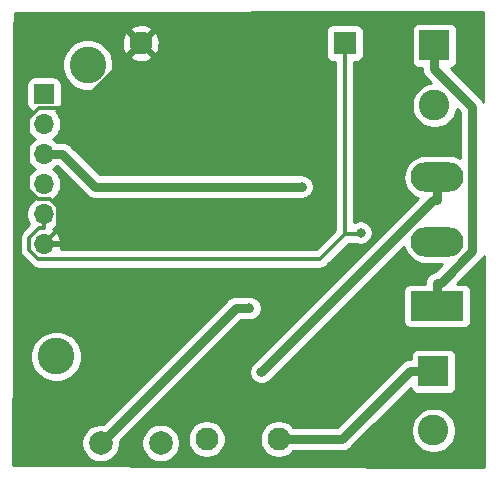
<source format=gtl>
G04 #@! TF.GenerationSoftware,KiCad,Pcbnew,5.1.7-a382d34a8~88~ubuntu18.04.1*
G04 #@! TF.CreationDate,2021-11-19T22:51:01+05:30*
G04 #@! TF.ProjectId,BackEnd_HeavyDevice_v5,4261636b-456e-4645-9f48-656176794465,rev?*
G04 #@! TF.SameCoordinates,Original*
G04 #@! TF.FileFunction,Copper,L1,Top*
G04 #@! TF.FilePolarity,Positive*
%FSLAX46Y46*%
G04 Gerber Fmt 4.6, Leading zero omitted, Abs format (unit mm)*
G04 Created by KiCad (PCBNEW 5.1.7-a382d34a8~88~ubuntu18.04.1) date 2021-11-19 22:51:01*
%MOMM*%
%LPD*%
G01*
G04 APERTURE LIST*
G04 #@! TA.AperFunction,ComponentPad*
%ADD10C,3.100000*%
G04 #@! TD*
G04 #@! TA.AperFunction,ComponentPad*
%ADD11R,1.950000X1.950000*%
G04 #@! TD*
G04 #@! TA.AperFunction,ComponentPad*
%ADD12C,1.950000*%
G04 #@! TD*
G04 #@! TA.AperFunction,ComponentPad*
%ADD13R,2.600000X2.600000*%
G04 #@! TD*
G04 #@! TA.AperFunction,ComponentPad*
%ADD14C,2.600000*%
G04 #@! TD*
G04 #@! TA.AperFunction,ComponentPad*
%ADD15R,4.500000X2.500000*%
G04 #@! TD*
G04 #@! TA.AperFunction,ComponentPad*
%ADD16O,4.500000X2.500000*%
G04 #@! TD*
G04 #@! TA.AperFunction,ComponentPad*
%ADD17C,2.000000*%
G04 #@! TD*
G04 #@! TA.AperFunction,ComponentPad*
%ADD18R,1.700000X1.700000*%
G04 #@! TD*
G04 #@! TA.AperFunction,ComponentPad*
%ADD19O,1.700000X1.700000*%
G04 #@! TD*
G04 #@! TA.AperFunction,ViaPad*
%ADD20C,0.800000*%
G04 #@! TD*
G04 #@! TA.AperFunction,Conductor*
%ADD21C,0.350000*%
G04 #@! TD*
G04 #@! TA.AperFunction,Conductor*
%ADD22C,0.800000*%
G04 #@! TD*
G04 #@! TA.AperFunction,Conductor*
%ADD23C,0.254000*%
G04 #@! TD*
G04 #@! TA.AperFunction,Conductor*
%ADD24C,0.100000*%
G04 #@! TD*
G04 APERTURE END LIST*
D10*
X114554000Y-126187000D03*
X117216000Y-101514000D03*
D11*
X138971000Y-99667000D03*
D12*
X127287000Y-133195000D03*
X121699000Y-99667000D03*
X133383000Y-133195000D03*
D13*
X146576000Y-99860100D03*
D14*
X146576000Y-104940100D03*
D13*
X146497000Y-127460000D03*
D14*
X146497000Y-132460000D03*
D15*
X146827000Y-121917000D03*
D16*
X146827000Y-116467000D03*
X146827000Y-111017000D03*
D17*
X118316000Y-133530000D03*
X123396000Y-133520000D03*
D18*
X113515000Y-103967000D03*
D19*
X113515000Y-106507000D03*
X113515000Y-109047000D03*
X113515000Y-111587000D03*
X113515000Y-114127000D03*
X113515000Y-116667000D03*
D20*
X140335000Y-115712240D03*
X132503700Y-108913800D03*
X130916300Y-122105000D03*
X135323400Y-111810600D03*
X131931500Y-127505000D03*
D21*
X138971000Y-115831600D02*
X138971000Y-101017300D01*
X113515000Y-115352300D02*
X113055500Y-115352300D01*
X113055500Y-115352300D02*
X112284300Y-116123500D01*
X112284300Y-116123500D02*
X112284300Y-117178200D01*
X112284300Y-117178200D02*
X113042900Y-117936800D01*
X113042900Y-117936800D02*
X136865800Y-117936800D01*
X136865800Y-117936800D02*
X138971000Y-115831600D01*
X113515000Y-114127000D02*
X113515000Y-115352300D01*
X138971000Y-99667000D02*
X138971000Y-101017300D01*
X138971000Y-115831600D02*
X140215640Y-115831600D01*
X140215640Y-115831600D02*
X140335000Y-115712240D01*
X113515000Y-116667000D02*
X114740400Y-115441600D01*
X114740400Y-115441600D02*
X114740400Y-113570200D01*
X114740400Y-113570200D02*
X114027200Y-112857000D01*
X114027200Y-112857000D02*
X112992500Y-112857000D01*
X112992500Y-112857000D02*
X112169300Y-112033800D01*
X112169300Y-112033800D02*
X112169300Y-106097400D01*
X112169300Y-106097400D02*
X113074300Y-105192400D01*
X113074300Y-105192400D02*
X116268700Y-105192400D01*
X116268700Y-105192400D02*
X121699000Y-99762100D01*
X121699000Y-99762100D02*
X121699000Y-99667000D01*
X132503700Y-108913800D02*
X130945800Y-108913800D01*
X130945800Y-108913800D02*
X121699000Y-99667000D01*
D22*
X146497000Y-127460000D02*
X144496700Y-127460000D01*
X144496700Y-127460000D02*
X138761700Y-133195000D01*
X138761700Y-133195000D02*
X133383000Y-133195000D01*
X118316000Y-133530000D02*
X129741000Y-122105000D01*
X129741000Y-122105000D02*
X130916300Y-122105000D01*
X115065300Y-109047000D02*
X117828900Y-111810600D01*
X117828900Y-111810600D02*
X135323400Y-111810600D01*
X113515000Y-109047000D02*
X115065300Y-109047000D01*
X146576000Y-99860100D02*
X146576000Y-101860400D01*
X146827000Y-121917000D02*
X146827000Y-119966700D01*
X146827000Y-119966700D02*
X147101300Y-119966700D01*
X147101300Y-119966700D02*
X149797500Y-117270500D01*
X149797500Y-117270500D02*
X149797500Y-105081900D01*
X149797500Y-105081900D02*
X146576000Y-101860400D01*
X146827000Y-111017000D02*
X146827000Y-112967300D01*
X131931500Y-127505000D02*
X146469200Y-112967300D01*
X146469200Y-112967300D02*
X146827000Y-112967300D01*
D23*
X150722024Y-104615962D02*
X150713604Y-104600209D01*
X150662234Y-104504102D01*
X150565303Y-104385992D01*
X150532896Y-104346504D01*
X150493408Y-104314097D01*
X147968384Y-101789073D01*
X148000482Y-101785912D01*
X148120180Y-101749602D01*
X148230494Y-101690637D01*
X148327185Y-101611285D01*
X148406537Y-101514594D01*
X148465502Y-101404280D01*
X148501812Y-101284582D01*
X148514072Y-101160100D01*
X148514072Y-98560100D01*
X148501812Y-98435618D01*
X148465502Y-98315920D01*
X148406537Y-98205606D01*
X148327185Y-98108915D01*
X148230494Y-98029563D01*
X148120180Y-97970598D01*
X148000482Y-97934288D01*
X147876000Y-97922028D01*
X145276000Y-97922028D01*
X145151518Y-97934288D01*
X145031820Y-97970598D01*
X144921506Y-98029563D01*
X144824815Y-98108915D01*
X144745463Y-98205606D01*
X144686498Y-98315920D01*
X144650188Y-98435618D01*
X144637928Y-98560100D01*
X144637928Y-101160100D01*
X144650188Y-101284582D01*
X144686498Y-101404280D01*
X144745463Y-101514594D01*
X144824815Y-101611285D01*
X144921506Y-101690637D01*
X145031820Y-101749602D01*
X145151518Y-101785912D01*
X145276000Y-101798172D01*
X145541001Y-101798172D01*
X145541001Y-101809563D01*
X145535994Y-101860400D01*
X145555977Y-102063295D01*
X145615160Y-102258393D01*
X145711266Y-102438197D01*
X145784554Y-102527498D01*
X145840605Y-102595796D01*
X145880092Y-102628202D01*
X146278298Y-103026408D01*
X146011581Y-103079461D01*
X145659434Y-103225325D01*
X145342509Y-103437087D01*
X145072987Y-103706609D01*
X144861225Y-104023534D01*
X144715361Y-104375681D01*
X144641000Y-104749519D01*
X144641000Y-105130681D01*
X144715361Y-105504519D01*
X144861225Y-105856666D01*
X145072987Y-106173591D01*
X145342509Y-106443113D01*
X145659434Y-106654875D01*
X146011581Y-106800739D01*
X146385419Y-106875100D01*
X146766581Y-106875100D01*
X147140419Y-106800739D01*
X147492566Y-106654875D01*
X147809491Y-106443113D01*
X148079013Y-106173591D01*
X148290775Y-105856666D01*
X148436639Y-105504519D01*
X148489692Y-105237803D01*
X148762501Y-105510612D01*
X148762501Y-109379657D01*
X148551848Y-109267061D01*
X148196524Y-109159275D01*
X147919597Y-109132000D01*
X145734403Y-109132000D01*
X145457476Y-109159275D01*
X145102152Y-109267061D01*
X144774683Y-109442097D01*
X144487655Y-109677655D01*
X144252097Y-109964683D01*
X144077061Y-110292152D01*
X143969275Y-110647476D01*
X143932880Y-111017000D01*
X143969275Y-111386524D01*
X144077061Y-111741848D01*
X144252097Y-112069317D01*
X144487655Y-112356345D01*
X144774683Y-112591903D01*
X145102152Y-112766939D01*
X145181715Y-112791074D01*
X131271729Y-126701061D01*
X131271726Y-126701063D01*
X131127563Y-126845226D01*
X131099171Y-126887717D01*
X131066766Y-126927203D01*
X131042687Y-126972252D01*
X131014295Y-127014744D01*
X130994736Y-127061964D01*
X130970660Y-127107007D01*
X130955835Y-127155878D01*
X130936274Y-127203102D01*
X130926303Y-127253232D01*
X130911477Y-127302105D01*
X130906471Y-127352933D01*
X130896500Y-127403061D01*
X130896500Y-127454172D01*
X130891494Y-127505000D01*
X130896500Y-127555828D01*
X130896500Y-127606939D01*
X130906471Y-127657067D01*
X130911477Y-127707895D01*
X130926303Y-127756768D01*
X130936274Y-127806898D01*
X130955835Y-127854122D01*
X130970660Y-127902993D01*
X130994736Y-127948036D01*
X131014295Y-127995256D01*
X131042687Y-128037748D01*
X131066766Y-128082797D01*
X131099172Y-128122284D01*
X131127563Y-128164774D01*
X131163697Y-128200908D01*
X131196104Y-128240396D01*
X131235592Y-128272803D01*
X131271726Y-128308937D01*
X131314216Y-128337328D01*
X131353703Y-128369734D01*
X131398752Y-128393813D01*
X131441244Y-128422205D01*
X131488464Y-128441764D01*
X131533507Y-128465840D01*
X131582378Y-128480665D01*
X131629602Y-128500226D01*
X131679732Y-128510197D01*
X131728605Y-128525023D01*
X131779433Y-128530029D01*
X131829561Y-128540000D01*
X131880672Y-128540000D01*
X131931500Y-128545006D01*
X131982328Y-128540000D01*
X132033439Y-128540000D01*
X132083567Y-128530029D01*
X132134395Y-128525023D01*
X132183268Y-128510197D01*
X132233398Y-128500226D01*
X132280622Y-128480665D01*
X132329493Y-128465840D01*
X132374536Y-128441764D01*
X132421756Y-128422205D01*
X132464248Y-128393813D01*
X132509297Y-128369734D01*
X132548783Y-128337329D01*
X132591274Y-128308937D01*
X132735437Y-128164774D01*
X132735439Y-128164771D01*
X143991249Y-116908962D01*
X144077061Y-117191848D01*
X144252097Y-117519317D01*
X144487655Y-117806345D01*
X144774683Y-118041903D01*
X145102152Y-118216939D01*
X145457476Y-118324725D01*
X145734403Y-118352000D01*
X147252290Y-118352000D01*
X146661275Y-118943015D01*
X146624105Y-118946676D01*
X146429007Y-119005859D01*
X146249203Y-119101966D01*
X146091604Y-119231304D01*
X145962266Y-119388903D01*
X145866159Y-119568707D01*
X145806976Y-119763805D01*
X145786993Y-119966700D01*
X145792001Y-120017548D01*
X145792001Y-120028928D01*
X144577000Y-120028928D01*
X144452518Y-120041188D01*
X144332820Y-120077498D01*
X144222506Y-120136463D01*
X144125815Y-120215815D01*
X144046463Y-120312506D01*
X143987498Y-120422820D01*
X143951188Y-120542518D01*
X143938928Y-120667000D01*
X143938928Y-123167000D01*
X143951188Y-123291482D01*
X143987498Y-123411180D01*
X144046463Y-123521494D01*
X144125815Y-123618185D01*
X144222506Y-123697537D01*
X144332820Y-123756502D01*
X144452518Y-123792812D01*
X144577000Y-123805072D01*
X149077000Y-123805072D01*
X149201482Y-123792812D01*
X149321180Y-123756502D01*
X149431494Y-123697537D01*
X149528185Y-123618185D01*
X149607537Y-123521494D01*
X149666502Y-123411180D01*
X149702812Y-123291482D01*
X149715072Y-123167000D01*
X149715072Y-120667000D01*
X149702812Y-120542518D01*
X149666502Y-120422820D01*
X149607537Y-120312506D01*
X149528185Y-120215815D01*
X149431494Y-120136463D01*
X149321180Y-120077498D01*
X149201482Y-120041188D01*
X149077000Y-120028928D01*
X148502782Y-120028928D01*
X150493408Y-118038303D01*
X150532896Y-118005896D01*
X150589602Y-117936800D01*
X150662234Y-117848298D01*
X150732329Y-117717160D01*
X150746360Y-135556639D01*
X110924666Y-135362300D01*
X110929791Y-133368967D01*
X116681000Y-133368967D01*
X116681000Y-133691033D01*
X116743832Y-134006912D01*
X116867082Y-134304463D01*
X117046013Y-134572252D01*
X117273748Y-134799987D01*
X117541537Y-134978918D01*
X117839088Y-135102168D01*
X118154967Y-135165000D01*
X118477033Y-135165000D01*
X118792912Y-135102168D01*
X119090463Y-134978918D01*
X119358252Y-134799987D01*
X119585987Y-134572252D01*
X119764918Y-134304463D01*
X119888168Y-134006912D01*
X119951000Y-133691033D01*
X119951000Y-133368967D01*
X119949298Y-133360412D01*
X119950743Y-133358967D01*
X121761000Y-133358967D01*
X121761000Y-133681033D01*
X121823832Y-133996912D01*
X121947082Y-134294463D01*
X122126013Y-134562252D01*
X122353748Y-134789987D01*
X122621537Y-134968918D01*
X122919088Y-135092168D01*
X123234967Y-135155000D01*
X123557033Y-135155000D01*
X123872912Y-135092168D01*
X124170463Y-134968918D01*
X124438252Y-134789987D01*
X124665987Y-134562252D01*
X124844918Y-134294463D01*
X124968168Y-133996912D01*
X125031000Y-133681033D01*
X125031000Y-133358967D01*
X124968168Y-133043088D01*
X124965410Y-133036429D01*
X125677000Y-133036429D01*
X125677000Y-133353571D01*
X125738871Y-133664620D01*
X125860237Y-133957621D01*
X126036431Y-134221315D01*
X126260685Y-134445569D01*
X126524379Y-134621763D01*
X126817380Y-134743129D01*
X127128429Y-134805000D01*
X127445571Y-134805000D01*
X127756620Y-134743129D01*
X128049621Y-134621763D01*
X128313315Y-134445569D01*
X128537569Y-134221315D01*
X128713763Y-133957621D01*
X128835129Y-133664620D01*
X128897000Y-133353571D01*
X128897000Y-133036429D01*
X131773000Y-133036429D01*
X131773000Y-133353571D01*
X131834871Y-133664620D01*
X131956237Y-133957621D01*
X132132431Y-134221315D01*
X132356685Y-134445569D01*
X132620379Y-134621763D01*
X132913380Y-134743129D01*
X133224429Y-134805000D01*
X133541571Y-134805000D01*
X133852620Y-134743129D01*
X134145621Y-134621763D01*
X134409315Y-134445569D01*
X134624884Y-134230000D01*
X138710872Y-134230000D01*
X138761700Y-134235006D01*
X138812528Y-134230000D01*
X138812538Y-134230000D01*
X138964595Y-134215024D01*
X139159693Y-134155841D01*
X139339497Y-134059734D01*
X139497096Y-133930396D01*
X139529507Y-133890903D01*
X141150991Y-132269419D01*
X144562000Y-132269419D01*
X144562000Y-132650581D01*
X144636361Y-133024419D01*
X144782225Y-133376566D01*
X144993987Y-133693491D01*
X145263509Y-133963013D01*
X145580434Y-134174775D01*
X145932581Y-134320639D01*
X146306419Y-134395000D01*
X146687581Y-134395000D01*
X147061419Y-134320639D01*
X147413566Y-134174775D01*
X147730491Y-133963013D01*
X148000013Y-133693491D01*
X148211775Y-133376566D01*
X148357639Y-133024419D01*
X148432000Y-132650581D01*
X148432000Y-132269419D01*
X148357639Y-131895581D01*
X148211775Y-131543434D01*
X148000013Y-131226509D01*
X147730491Y-130956987D01*
X147413566Y-130745225D01*
X147061419Y-130599361D01*
X146687581Y-130525000D01*
X146306419Y-130525000D01*
X145932581Y-130599361D01*
X145580434Y-130745225D01*
X145263509Y-130956987D01*
X144993987Y-131226509D01*
X144782225Y-131543434D01*
X144636361Y-131895581D01*
X144562000Y-132269419D01*
X141150991Y-132269419D01*
X144568027Y-128852384D01*
X144571188Y-128884482D01*
X144607498Y-129004180D01*
X144666463Y-129114494D01*
X144745815Y-129211185D01*
X144842506Y-129290537D01*
X144952820Y-129349502D01*
X145072518Y-129385812D01*
X145197000Y-129398072D01*
X147797000Y-129398072D01*
X147921482Y-129385812D01*
X148041180Y-129349502D01*
X148151494Y-129290537D01*
X148248185Y-129211185D01*
X148327537Y-129114494D01*
X148386502Y-129004180D01*
X148422812Y-128884482D01*
X148435072Y-128760000D01*
X148435072Y-126160000D01*
X148422812Y-126035518D01*
X148386502Y-125915820D01*
X148327537Y-125805506D01*
X148248185Y-125708815D01*
X148151494Y-125629463D01*
X148041180Y-125570498D01*
X147921482Y-125534188D01*
X147797000Y-125521928D01*
X145197000Y-125521928D01*
X145072518Y-125534188D01*
X144952820Y-125570498D01*
X144842506Y-125629463D01*
X144745815Y-125708815D01*
X144666463Y-125805506D01*
X144607498Y-125915820D01*
X144571188Y-126035518D01*
X144558928Y-126160000D01*
X144558928Y-126425000D01*
X144547535Y-126425000D01*
X144496700Y-126419993D01*
X144445865Y-126425000D01*
X144445862Y-126425000D01*
X144293805Y-126439976D01*
X144098707Y-126499159D01*
X144078848Y-126509774D01*
X143918902Y-126595266D01*
X143800792Y-126692197D01*
X143761304Y-126724604D01*
X143728897Y-126764092D01*
X138332990Y-132160000D01*
X134624884Y-132160000D01*
X134409315Y-131944431D01*
X134145621Y-131768237D01*
X133852620Y-131646871D01*
X133541571Y-131585000D01*
X133224429Y-131585000D01*
X132913380Y-131646871D01*
X132620379Y-131768237D01*
X132356685Y-131944431D01*
X132132431Y-132168685D01*
X131956237Y-132432379D01*
X131834871Y-132725380D01*
X131773000Y-133036429D01*
X128897000Y-133036429D01*
X128835129Y-132725380D01*
X128713763Y-132432379D01*
X128537569Y-132168685D01*
X128313315Y-131944431D01*
X128049621Y-131768237D01*
X127756620Y-131646871D01*
X127445571Y-131585000D01*
X127128429Y-131585000D01*
X126817380Y-131646871D01*
X126524379Y-131768237D01*
X126260685Y-131944431D01*
X126036431Y-132168685D01*
X125860237Y-132432379D01*
X125738871Y-132725380D01*
X125677000Y-133036429D01*
X124965410Y-133036429D01*
X124844918Y-132745537D01*
X124665987Y-132477748D01*
X124438252Y-132250013D01*
X124170463Y-132071082D01*
X123872912Y-131947832D01*
X123557033Y-131885000D01*
X123234967Y-131885000D01*
X122919088Y-131947832D01*
X122621537Y-132071082D01*
X122353748Y-132250013D01*
X122126013Y-132477748D01*
X121947082Y-132745537D01*
X121823832Y-133043088D01*
X121761000Y-133358967D01*
X119950743Y-133358967D01*
X130169711Y-123140000D01*
X131018239Y-123140000D01*
X131068357Y-123130031D01*
X131119195Y-123125024D01*
X131168077Y-123110196D01*
X131218198Y-123100226D01*
X131265413Y-123080669D01*
X131314293Y-123065841D01*
X131359342Y-123041762D01*
X131406556Y-123022205D01*
X131449046Y-122993814D01*
X131494097Y-122969734D01*
X131533584Y-122937328D01*
X131576074Y-122908937D01*
X131612208Y-122872803D01*
X131651696Y-122840396D01*
X131684103Y-122800908D01*
X131720237Y-122764774D01*
X131748628Y-122722284D01*
X131781034Y-122682797D01*
X131805114Y-122637746D01*
X131833505Y-122595256D01*
X131853062Y-122548042D01*
X131877141Y-122502993D01*
X131891969Y-122454113D01*
X131911526Y-122406898D01*
X131921496Y-122356777D01*
X131936324Y-122307895D01*
X131941331Y-122257057D01*
X131951300Y-122206939D01*
X131951300Y-122155838D01*
X131956307Y-122105000D01*
X131951300Y-122054162D01*
X131951300Y-122003061D01*
X131941331Y-121952943D01*
X131936324Y-121902105D01*
X131921496Y-121853223D01*
X131911526Y-121803102D01*
X131891969Y-121755887D01*
X131877141Y-121707007D01*
X131853062Y-121661958D01*
X131833505Y-121614744D01*
X131805114Y-121572254D01*
X131781034Y-121527203D01*
X131748628Y-121487716D01*
X131720237Y-121445226D01*
X131684103Y-121409092D01*
X131651696Y-121369604D01*
X131612208Y-121337197D01*
X131576074Y-121301063D01*
X131533584Y-121272672D01*
X131494097Y-121240266D01*
X131449046Y-121216186D01*
X131406556Y-121187795D01*
X131359342Y-121168238D01*
X131314293Y-121144159D01*
X131265413Y-121129331D01*
X131218198Y-121109774D01*
X131168077Y-121099804D01*
X131119195Y-121084976D01*
X131068357Y-121079969D01*
X131018239Y-121070000D01*
X129791835Y-121070000D01*
X129741000Y-121064993D01*
X129690164Y-121070000D01*
X129690162Y-121070000D01*
X129538105Y-121084976D01*
X129343007Y-121144159D01*
X129261370Y-121187795D01*
X129163202Y-121240266D01*
X129045092Y-121337197D01*
X129005604Y-121369604D01*
X128973197Y-121409092D01*
X118485588Y-131896702D01*
X118477033Y-131895000D01*
X118154967Y-131895000D01*
X117839088Y-131957832D01*
X117541537Y-132081082D01*
X117273748Y-132260013D01*
X117046013Y-132487748D01*
X116867082Y-132755537D01*
X116743832Y-133053088D01*
X116681000Y-133368967D01*
X110929791Y-133368967D01*
X110948812Y-125971796D01*
X112369000Y-125971796D01*
X112369000Y-126402204D01*
X112452969Y-126824341D01*
X112617678Y-127221985D01*
X112856800Y-127579856D01*
X113161144Y-127884200D01*
X113519015Y-128123322D01*
X113916659Y-128288031D01*
X114338796Y-128372000D01*
X114769204Y-128372000D01*
X115191341Y-128288031D01*
X115588985Y-128123322D01*
X115946856Y-127884200D01*
X116251200Y-127579856D01*
X116490322Y-127221985D01*
X116655031Y-126824341D01*
X116739000Y-126402204D01*
X116739000Y-125971796D01*
X116655031Y-125549659D01*
X116490322Y-125152015D01*
X116251200Y-124794144D01*
X115946856Y-124489800D01*
X115588985Y-124250678D01*
X115191341Y-124085969D01*
X114769204Y-124002000D01*
X114338796Y-124002000D01*
X113916659Y-124085969D01*
X113519015Y-124250678D01*
X113161144Y-124489800D01*
X112856800Y-124794144D01*
X112617678Y-125152015D01*
X112452969Y-125549659D01*
X112369000Y-125971796D01*
X110948812Y-125971796D01*
X110974136Y-116123500D01*
X111470381Y-116123500D01*
X111474300Y-116163289D01*
X111474301Y-117138402D01*
X111470381Y-117178200D01*
X111484480Y-117321337D01*
X111486021Y-117336988D01*
X111515425Y-117433920D01*
X111532338Y-117489673D01*
X111607551Y-117630389D01*
X111663152Y-117698139D01*
X111708773Y-117753728D01*
X111739683Y-117779095D01*
X112442005Y-118481418D01*
X112467372Y-118512328D01*
X112590711Y-118613549D01*
X112731427Y-118688763D01*
X112884112Y-118735080D01*
X113003109Y-118746800D01*
X113003111Y-118746800D01*
X113042899Y-118750719D01*
X113082687Y-118746800D01*
X136826012Y-118746800D01*
X136865800Y-118750719D01*
X136905588Y-118746800D01*
X136905591Y-118746800D01*
X137024588Y-118735080D01*
X137177273Y-118688763D01*
X137317989Y-118613549D01*
X137441328Y-118512328D01*
X137466699Y-118481413D01*
X139306513Y-116641600D01*
X139874089Y-116641600D01*
X140033102Y-116707466D01*
X140233061Y-116747240D01*
X140436939Y-116747240D01*
X140636898Y-116707466D01*
X140825256Y-116629445D01*
X140994774Y-116516177D01*
X141138937Y-116372014D01*
X141252205Y-116202496D01*
X141330226Y-116014138D01*
X141370000Y-115814179D01*
X141370000Y-115610301D01*
X141330226Y-115410342D01*
X141252205Y-115221984D01*
X141138937Y-115052466D01*
X140994774Y-114908303D01*
X140825256Y-114795035D01*
X140636898Y-114717014D01*
X140436939Y-114677240D01*
X140233061Y-114677240D01*
X140033102Y-114717014D01*
X139844744Y-114795035D01*
X139781000Y-114837627D01*
X139781000Y-101280072D01*
X139946000Y-101280072D01*
X140070482Y-101267812D01*
X140190180Y-101231502D01*
X140300494Y-101172537D01*
X140397185Y-101093185D01*
X140476537Y-100996494D01*
X140535502Y-100886180D01*
X140571812Y-100766482D01*
X140584072Y-100642000D01*
X140584072Y-98692000D01*
X140571812Y-98567518D01*
X140535502Y-98447820D01*
X140476537Y-98337506D01*
X140397185Y-98240815D01*
X140300494Y-98161463D01*
X140190180Y-98102498D01*
X140070482Y-98066188D01*
X139946000Y-98053928D01*
X137996000Y-98053928D01*
X137871518Y-98066188D01*
X137751820Y-98102498D01*
X137641506Y-98161463D01*
X137544815Y-98240815D01*
X137465463Y-98337506D01*
X137406498Y-98447820D01*
X137370188Y-98567518D01*
X137357928Y-98692000D01*
X137357928Y-100642000D01*
X137370188Y-100766482D01*
X137406498Y-100886180D01*
X137465463Y-100996494D01*
X137544815Y-101093185D01*
X137641506Y-101172537D01*
X137751820Y-101231502D01*
X137871518Y-101267812D01*
X137996000Y-101280072D01*
X138161001Y-101280072D01*
X138161000Y-115496087D01*
X136530288Y-117126800D01*
X114925262Y-117126800D01*
X114956476Y-117023890D01*
X114835155Y-116794000D01*
X113642000Y-116794000D01*
X113642000Y-116814000D01*
X113388000Y-116814000D01*
X113388000Y-116794000D01*
X113368000Y-116794000D01*
X113368000Y-116540000D01*
X113388000Y-116540000D01*
X113388000Y-116520000D01*
X113642000Y-116520000D01*
X113642000Y-116540000D01*
X114835155Y-116540000D01*
X114956476Y-116310110D01*
X114911825Y-116162901D01*
X114786641Y-115900080D01*
X114612588Y-115666731D01*
X114396355Y-115471822D01*
X114321537Y-115427255D01*
X114325000Y-115392091D01*
X114327142Y-115370338D01*
X114461632Y-115280475D01*
X114668475Y-115073632D01*
X114830990Y-114830411D01*
X114942932Y-114560158D01*
X115000000Y-114273260D01*
X115000000Y-113980740D01*
X114942932Y-113693842D01*
X114830990Y-113423589D01*
X114668475Y-113180368D01*
X114461632Y-112973525D01*
X114287240Y-112857000D01*
X114461632Y-112740475D01*
X114668475Y-112533632D01*
X114830990Y-112290411D01*
X114942932Y-112020158D01*
X115000000Y-111733260D01*
X115000000Y-111440740D01*
X114942932Y-111153842D01*
X114830990Y-110883589D01*
X114668475Y-110640368D01*
X114461632Y-110433525D01*
X114287240Y-110317000D01*
X114461632Y-110200475D01*
X114580107Y-110082000D01*
X114636590Y-110082000D01*
X117061097Y-112506508D01*
X117093504Y-112545996D01*
X117132992Y-112578403D01*
X117251102Y-112675334D01*
X117430906Y-112771441D01*
X117476315Y-112785215D01*
X117626005Y-112830624D01*
X117778062Y-112845600D01*
X117778065Y-112845600D01*
X117828900Y-112850607D01*
X117879735Y-112845600D01*
X135425339Y-112845600D01*
X135475457Y-112835631D01*
X135526295Y-112830624D01*
X135575177Y-112815796D01*
X135625298Y-112805826D01*
X135672513Y-112786269D01*
X135721393Y-112771441D01*
X135766442Y-112747362D01*
X135813656Y-112727805D01*
X135856146Y-112699414D01*
X135901197Y-112675334D01*
X135940684Y-112642928D01*
X135983174Y-112614537D01*
X136019308Y-112578403D01*
X136058796Y-112545996D01*
X136091203Y-112506508D01*
X136127337Y-112470374D01*
X136155728Y-112427884D01*
X136188134Y-112388397D01*
X136212214Y-112343346D01*
X136240605Y-112300856D01*
X136260162Y-112253642D01*
X136284241Y-112208593D01*
X136299069Y-112159713D01*
X136318626Y-112112498D01*
X136328596Y-112062377D01*
X136343424Y-112013495D01*
X136348431Y-111962657D01*
X136358400Y-111912539D01*
X136358400Y-111861438D01*
X136363407Y-111810600D01*
X136358400Y-111759762D01*
X136358400Y-111708661D01*
X136348431Y-111658543D01*
X136343424Y-111607705D01*
X136328596Y-111558823D01*
X136318626Y-111508702D01*
X136299069Y-111461487D01*
X136284241Y-111412607D01*
X136260162Y-111367558D01*
X136240605Y-111320344D01*
X136212214Y-111277854D01*
X136188134Y-111232803D01*
X136155728Y-111193316D01*
X136127337Y-111150826D01*
X136091203Y-111114692D01*
X136058796Y-111075204D01*
X136019308Y-111042797D01*
X135983174Y-111006663D01*
X135940684Y-110978272D01*
X135901197Y-110945866D01*
X135856146Y-110921786D01*
X135813656Y-110893395D01*
X135766442Y-110873838D01*
X135721393Y-110849759D01*
X135672513Y-110834931D01*
X135625298Y-110815374D01*
X135575177Y-110805404D01*
X135526295Y-110790576D01*
X135475457Y-110785569D01*
X135425339Y-110775600D01*
X118257611Y-110775600D01*
X115833107Y-108351097D01*
X115800696Y-108311604D01*
X115643097Y-108182266D01*
X115463293Y-108086159D01*
X115268195Y-108026976D01*
X115116138Y-108012000D01*
X115116128Y-108012000D01*
X115065300Y-108006994D01*
X115014472Y-108012000D01*
X114580107Y-108012000D01*
X114461632Y-107893525D01*
X114287240Y-107777000D01*
X114461632Y-107660475D01*
X114668475Y-107453632D01*
X114830990Y-107210411D01*
X114942932Y-106940158D01*
X115000000Y-106653260D01*
X115000000Y-106360740D01*
X114942932Y-106073842D01*
X114830990Y-105803589D01*
X114668475Y-105560368D01*
X114536620Y-105428513D01*
X114609180Y-105406502D01*
X114719494Y-105347537D01*
X114816185Y-105268185D01*
X114895537Y-105171494D01*
X114954502Y-105061180D01*
X114990812Y-104941482D01*
X115003072Y-104817000D01*
X115003072Y-103117000D01*
X114990812Y-102992518D01*
X114954502Y-102872820D01*
X114895537Y-102762506D01*
X114816185Y-102665815D01*
X114719494Y-102586463D01*
X114609180Y-102527498D01*
X114489482Y-102491188D01*
X114365000Y-102478928D01*
X112665000Y-102478928D01*
X112540518Y-102491188D01*
X112420820Y-102527498D01*
X112310506Y-102586463D01*
X112213815Y-102665815D01*
X112134463Y-102762506D01*
X112075498Y-102872820D01*
X112039188Y-102992518D01*
X112026928Y-103117000D01*
X112026928Y-104817000D01*
X112039188Y-104941482D01*
X112075498Y-105061180D01*
X112134463Y-105171494D01*
X112213815Y-105268185D01*
X112310506Y-105347537D01*
X112420820Y-105406502D01*
X112493380Y-105428513D01*
X112361525Y-105560368D01*
X112199010Y-105803589D01*
X112087068Y-106073842D01*
X112030000Y-106360740D01*
X112030000Y-106653260D01*
X112087068Y-106940158D01*
X112199010Y-107210411D01*
X112361525Y-107453632D01*
X112568368Y-107660475D01*
X112742760Y-107777000D01*
X112568368Y-107893525D01*
X112361525Y-108100368D01*
X112199010Y-108343589D01*
X112087068Y-108613842D01*
X112030000Y-108900740D01*
X112030000Y-109193260D01*
X112087068Y-109480158D01*
X112199010Y-109750411D01*
X112361525Y-109993632D01*
X112568368Y-110200475D01*
X112742760Y-110317000D01*
X112568368Y-110433525D01*
X112361525Y-110640368D01*
X112199010Y-110883589D01*
X112087068Y-111153842D01*
X112030000Y-111440740D01*
X112030000Y-111733260D01*
X112087068Y-112020158D01*
X112199010Y-112290411D01*
X112361525Y-112533632D01*
X112568368Y-112740475D01*
X112742760Y-112857000D01*
X112568368Y-112973525D01*
X112361525Y-113180368D01*
X112199010Y-113423589D01*
X112087068Y-113693842D01*
X112030000Y-113980740D01*
X112030000Y-114273260D01*
X112087068Y-114560158D01*
X112199010Y-114830411D01*
X112292283Y-114970004D01*
X111739687Y-115522601D01*
X111708772Y-115547972D01*
X111639003Y-115632987D01*
X111607551Y-115671311D01*
X111569686Y-115742152D01*
X111532337Y-115812028D01*
X111486020Y-115964713D01*
X111479684Y-116029049D01*
X111470381Y-116123500D01*
X110974136Y-116123500D01*
X111012256Y-101298796D01*
X115031000Y-101298796D01*
X115031000Y-101729204D01*
X115114969Y-102151341D01*
X115279678Y-102548985D01*
X115518800Y-102906856D01*
X115823144Y-103211200D01*
X116181015Y-103450322D01*
X116578659Y-103615031D01*
X117000796Y-103699000D01*
X117431204Y-103699000D01*
X117853341Y-103615031D01*
X118250985Y-103450322D01*
X118608856Y-103211200D01*
X118913200Y-102906856D01*
X119152322Y-102548985D01*
X119317031Y-102151341D01*
X119401000Y-101729204D01*
X119401000Y-101298796D01*
X119317031Y-100876659D01*
X119278893Y-100784584D01*
X120761021Y-100784584D01*
X120853766Y-101046429D01*
X121139120Y-101184820D01*
X121445990Y-101264883D01*
X121762584Y-101283540D01*
X122076733Y-101240074D01*
X122376367Y-101136156D01*
X122544234Y-101046429D01*
X122636979Y-100784584D01*
X121699000Y-99846605D01*
X120761021Y-100784584D01*
X119278893Y-100784584D01*
X119152322Y-100479015D01*
X118913200Y-100121144D01*
X118608856Y-99816800D01*
X118479825Y-99730584D01*
X120082460Y-99730584D01*
X120125926Y-100044733D01*
X120229844Y-100344367D01*
X120319571Y-100512234D01*
X120581416Y-100604979D01*
X121519395Y-99667000D01*
X121878605Y-99667000D01*
X122816584Y-100604979D01*
X123078429Y-100512234D01*
X123216820Y-100226880D01*
X123296883Y-99920010D01*
X123315540Y-99603416D01*
X123272074Y-99289267D01*
X123168156Y-98989633D01*
X123078429Y-98821766D01*
X122816584Y-98729021D01*
X121878605Y-99667000D01*
X121519395Y-99667000D01*
X120581416Y-98729021D01*
X120319571Y-98821766D01*
X120181180Y-99107120D01*
X120101117Y-99413990D01*
X120082460Y-99730584D01*
X118479825Y-99730584D01*
X118250985Y-99577678D01*
X117853341Y-99412969D01*
X117431204Y-99329000D01*
X117000796Y-99329000D01*
X116578659Y-99412969D01*
X116181015Y-99577678D01*
X115823144Y-99816800D01*
X115518800Y-100121144D01*
X115279678Y-100479015D01*
X115114969Y-100876659D01*
X115031000Y-101298796D01*
X111012256Y-101298796D01*
X111019325Y-98549416D01*
X120761021Y-98549416D01*
X121699000Y-99487395D01*
X122636979Y-98549416D01*
X122544234Y-98287571D01*
X122258880Y-98149180D01*
X121952010Y-98069117D01*
X121635416Y-98050460D01*
X121321267Y-98093926D01*
X121021633Y-98197844D01*
X120853766Y-98287571D01*
X120761021Y-98549416D01*
X111019325Y-98549416D01*
X111023088Y-97086339D01*
X150716080Y-97058569D01*
X150722024Y-104615962D01*
G04 #@! TA.AperFunction,Conductor*
D24*
G36*
X150722024Y-104615962D02*
G01*
X150713604Y-104600209D01*
X150662234Y-104504102D01*
X150565303Y-104385992D01*
X150532896Y-104346504D01*
X150493408Y-104314097D01*
X147968384Y-101789073D01*
X148000482Y-101785912D01*
X148120180Y-101749602D01*
X148230494Y-101690637D01*
X148327185Y-101611285D01*
X148406537Y-101514594D01*
X148465502Y-101404280D01*
X148501812Y-101284582D01*
X148514072Y-101160100D01*
X148514072Y-98560100D01*
X148501812Y-98435618D01*
X148465502Y-98315920D01*
X148406537Y-98205606D01*
X148327185Y-98108915D01*
X148230494Y-98029563D01*
X148120180Y-97970598D01*
X148000482Y-97934288D01*
X147876000Y-97922028D01*
X145276000Y-97922028D01*
X145151518Y-97934288D01*
X145031820Y-97970598D01*
X144921506Y-98029563D01*
X144824815Y-98108915D01*
X144745463Y-98205606D01*
X144686498Y-98315920D01*
X144650188Y-98435618D01*
X144637928Y-98560100D01*
X144637928Y-101160100D01*
X144650188Y-101284582D01*
X144686498Y-101404280D01*
X144745463Y-101514594D01*
X144824815Y-101611285D01*
X144921506Y-101690637D01*
X145031820Y-101749602D01*
X145151518Y-101785912D01*
X145276000Y-101798172D01*
X145541001Y-101798172D01*
X145541001Y-101809563D01*
X145535994Y-101860400D01*
X145555977Y-102063295D01*
X145615160Y-102258393D01*
X145711266Y-102438197D01*
X145784554Y-102527498D01*
X145840605Y-102595796D01*
X145880092Y-102628202D01*
X146278298Y-103026408D01*
X146011581Y-103079461D01*
X145659434Y-103225325D01*
X145342509Y-103437087D01*
X145072987Y-103706609D01*
X144861225Y-104023534D01*
X144715361Y-104375681D01*
X144641000Y-104749519D01*
X144641000Y-105130681D01*
X144715361Y-105504519D01*
X144861225Y-105856666D01*
X145072987Y-106173591D01*
X145342509Y-106443113D01*
X145659434Y-106654875D01*
X146011581Y-106800739D01*
X146385419Y-106875100D01*
X146766581Y-106875100D01*
X147140419Y-106800739D01*
X147492566Y-106654875D01*
X147809491Y-106443113D01*
X148079013Y-106173591D01*
X148290775Y-105856666D01*
X148436639Y-105504519D01*
X148489692Y-105237803D01*
X148762501Y-105510612D01*
X148762501Y-109379657D01*
X148551848Y-109267061D01*
X148196524Y-109159275D01*
X147919597Y-109132000D01*
X145734403Y-109132000D01*
X145457476Y-109159275D01*
X145102152Y-109267061D01*
X144774683Y-109442097D01*
X144487655Y-109677655D01*
X144252097Y-109964683D01*
X144077061Y-110292152D01*
X143969275Y-110647476D01*
X143932880Y-111017000D01*
X143969275Y-111386524D01*
X144077061Y-111741848D01*
X144252097Y-112069317D01*
X144487655Y-112356345D01*
X144774683Y-112591903D01*
X145102152Y-112766939D01*
X145181715Y-112791074D01*
X131271729Y-126701061D01*
X131271726Y-126701063D01*
X131127563Y-126845226D01*
X131099171Y-126887717D01*
X131066766Y-126927203D01*
X131042687Y-126972252D01*
X131014295Y-127014744D01*
X130994736Y-127061964D01*
X130970660Y-127107007D01*
X130955835Y-127155878D01*
X130936274Y-127203102D01*
X130926303Y-127253232D01*
X130911477Y-127302105D01*
X130906471Y-127352933D01*
X130896500Y-127403061D01*
X130896500Y-127454172D01*
X130891494Y-127505000D01*
X130896500Y-127555828D01*
X130896500Y-127606939D01*
X130906471Y-127657067D01*
X130911477Y-127707895D01*
X130926303Y-127756768D01*
X130936274Y-127806898D01*
X130955835Y-127854122D01*
X130970660Y-127902993D01*
X130994736Y-127948036D01*
X131014295Y-127995256D01*
X131042687Y-128037748D01*
X131066766Y-128082797D01*
X131099172Y-128122284D01*
X131127563Y-128164774D01*
X131163697Y-128200908D01*
X131196104Y-128240396D01*
X131235592Y-128272803D01*
X131271726Y-128308937D01*
X131314216Y-128337328D01*
X131353703Y-128369734D01*
X131398752Y-128393813D01*
X131441244Y-128422205D01*
X131488464Y-128441764D01*
X131533507Y-128465840D01*
X131582378Y-128480665D01*
X131629602Y-128500226D01*
X131679732Y-128510197D01*
X131728605Y-128525023D01*
X131779433Y-128530029D01*
X131829561Y-128540000D01*
X131880672Y-128540000D01*
X131931500Y-128545006D01*
X131982328Y-128540000D01*
X132033439Y-128540000D01*
X132083567Y-128530029D01*
X132134395Y-128525023D01*
X132183268Y-128510197D01*
X132233398Y-128500226D01*
X132280622Y-128480665D01*
X132329493Y-128465840D01*
X132374536Y-128441764D01*
X132421756Y-128422205D01*
X132464248Y-128393813D01*
X132509297Y-128369734D01*
X132548783Y-128337329D01*
X132591274Y-128308937D01*
X132735437Y-128164774D01*
X132735439Y-128164771D01*
X143991249Y-116908962D01*
X144077061Y-117191848D01*
X144252097Y-117519317D01*
X144487655Y-117806345D01*
X144774683Y-118041903D01*
X145102152Y-118216939D01*
X145457476Y-118324725D01*
X145734403Y-118352000D01*
X147252290Y-118352000D01*
X146661275Y-118943015D01*
X146624105Y-118946676D01*
X146429007Y-119005859D01*
X146249203Y-119101966D01*
X146091604Y-119231304D01*
X145962266Y-119388903D01*
X145866159Y-119568707D01*
X145806976Y-119763805D01*
X145786993Y-119966700D01*
X145792001Y-120017548D01*
X145792001Y-120028928D01*
X144577000Y-120028928D01*
X144452518Y-120041188D01*
X144332820Y-120077498D01*
X144222506Y-120136463D01*
X144125815Y-120215815D01*
X144046463Y-120312506D01*
X143987498Y-120422820D01*
X143951188Y-120542518D01*
X143938928Y-120667000D01*
X143938928Y-123167000D01*
X143951188Y-123291482D01*
X143987498Y-123411180D01*
X144046463Y-123521494D01*
X144125815Y-123618185D01*
X144222506Y-123697537D01*
X144332820Y-123756502D01*
X144452518Y-123792812D01*
X144577000Y-123805072D01*
X149077000Y-123805072D01*
X149201482Y-123792812D01*
X149321180Y-123756502D01*
X149431494Y-123697537D01*
X149528185Y-123618185D01*
X149607537Y-123521494D01*
X149666502Y-123411180D01*
X149702812Y-123291482D01*
X149715072Y-123167000D01*
X149715072Y-120667000D01*
X149702812Y-120542518D01*
X149666502Y-120422820D01*
X149607537Y-120312506D01*
X149528185Y-120215815D01*
X149431494Y-120136463D01*
X149321180Y-120077498D01*
X149201482Y-120041188D01*
X149077000Y-120028928D01*
X148502782Y-120028928D01*
X150493408Y-118038303D01*
X150532896Y-118005896D01*
X150589602Y-117936800D01*
X150662234Y-117848298D01*
X150732329Y-117717160D01*
X150746360Y-135556639D01*
X110924666Y-135362300D01*
X110929791Y-133368967D01*
X116681000Y-133368967D01*
X116681000Y-133691033D01*
X116743832Y-134006912D01*
X116867082Y-134304463D01*
X117046013Y-134572252D01*
X117273748Y-134799987D01*
X117541537Y-134978918D01*
X117839088Y-135102168D01*
X118154967Y-135165000D01*
X118477033Y-135165000D01*
X118792912Y-135102168D01*
X119090463Y-134978918D01*
X119358252Y-134799987D01*
X119585987Y-134572252D01*
X119764918Y-134304463D01*
X119888168Y-134006912D01*
X119951000Y-133691033D01*
X119951000Y-133368967D01*
X119949298Y-133360412D01*
X119950743Y-133358967D01*
X121761000Y-133358967D01*
X121761000Y-133681033D01*
X121823832Y-133996912D01*
X121947082Y-134294463D01*
X122126013Y-134562252D01*
X122353748Y-134789987D01*
X122621537Y-134968918D01*
X122919088Y-135092168D01*
X123234967Y-135155000D01*
X123557033Y-135155000D01*
X123872912Y-135092168D01*
X124170463Y-134968918D01*
X124438252Y-134789987D01*
X124665987Y-134562252D01*
X124844918Y-134294463D01*
X124968168Y-133996912D01*
X125031000Y-133681033D01*
X125031000Y-133358967D01*
X124968168Y-133043088D01*
X124965410Y-133036429D01*
X125677000Y-133036429D01*
X125677000Y-133353571D01*
X125738871Y-133664620D01*
X125860237Y-133957621D01*
X126036431Y-134221315D01*
X126260685Y-134445569D01*
X126524379Y-134621763D01*
X126817380Y-134743129D01*
X127128429Y-134805000D01*
X127445571Y-134805000D01*
X127756620Y-134743129D01*
X128049621Y-134621763D01*
X128313315Y-134445569D01*
X128537569Y-134221315D01*
X128713763Y-133957621D01*
X128835129Y-133664620D01*
X128897000Y-133353571D01*
X128897000Y-133036429D01*
X131773000Y-133036429D01*
X131773000Y-133353571D01*
X131834871Y-133664620D01*
X131956237Y-133957621D01*
X132132431Y-134221315D01*
X132356685Y-134445569D01*
X132620379Y-134621763D01*
X132913380Y-134743129D01*
X133224429Y-134805000D01*
X133541571Y-134805000D01*
X133852620Y-134743129D01*
X134145621Y-134621763D01*
X134409315Y-134445569D01*
X134624884Y-134230000D01*
X138710872Y-134230000D01*
X138761700Y-134235006D01*
X138812528Y-134230000D01*
X138812538Y-134230000D01*
X138964595Y-134215024D01*
X139159693Y-134155841D01*
X139339497Y-134059734D01*
X139497096Y-133930396D01*
X139529507Y-133890903D01*
X141150991Y-132269419D01*
X144562000Y-132269419D01*
X144562000Y-132650581D01*
X144636361Y-133024419D01*
X144782225Y-133376566D01*
X144993987Y-133693491D01*
X145263509Y-133963013D01*
X145580434Y-134174775D01*
X145932581Y-134320639D01*
X146306419Y-134395000D01*
X146687581Y-134395000D01*
X147061419Y-134320639D01*
X147413566Y-134174775D01*
X147730491Y-133963013D01*
X148000013Y-133693491D01*
X148211775Y-133376566D01*
X148357639Y-133024419D01*
X148432000Y-132650581D01*
X148432000Y-132269419D01*
X148357639Y-131895581D01*
X148211775Y-131543434D01*
X148000013Y-131226509D01*
X147730491Y-130956987D01*
X147413566Y-130745225D01*
X147061419Y-130599361D01*
X146687581Y-130525000D01*
X146306419Y-130525000D01*
X145932581Y-130599361D01*
X145580434Y-130745225D01*
X145263509Y-130956987D01*
X144993987Y-131226509D01*
X144782225Y-131543434D01*
X144636361Y-131895581D01*
X144562000Y-132269419D01*
X141150991Y-132269419D01*
X144568027Y-128852384D01*
X144571188Y-128884482D01*
X144607498Y-129004180D01*
X144666463Y-129114494D01*
X144745815Y-129211185D01*
X144842506Y-129290537D01*
X144952820Y-129349502D01*
X145072518Y-129385812D01*
X145197000Y-129398072D01*
X147797000Y-129398072D01*
X147921482Y-129385812D01*
X148041180Y-129349502D01*
X148151494Y-129290537D01*
X148248185Y-129211185D01*
X148327537Y-129114494D01*
X148386502Y-129004180D01*
X148422812Y-128884482D01*
X148435072Y-128760000D01*
X148435072Y-126160000D01*
X148422812Y-126035518D01*
X148386502Y-125915820D01*
X148327537Y-125805506D01*
X148248185Y-125708815D01*
X148151494Y-125629463D01*
X148041180Y-125570498D01*
X147921482Y-125534188D01*
X147797000Y-125521928D01*
X145197000Y-125521928D01*
X145072518Y-125534188D01*
X144952820Y-125570498D01*
X144842506Y-125629463D01*
X144745815Y-125708815D01*
X144666463Y-125805506D01*
X144607498Y-125915820D01*
X144571188Y-126035518D01*
X144558928Y-126160000D01*
X144558928Y-126425000D01*
X144547535Y-126425000D01*
X144496700Y-126419993D01*
X144445865Y-126425000D01*
X144445862Y-126425000D01*
X144293805Y-126439976D01*
X144098707Y-126499159D01*
X144078848Y-126509774D01*
X143918902Y-126595266D01*
X143800792Y-126692197D01*
X143761304Y-126724604D01*
X143728897Y-126764092D01*
X138332990Y-132160000D01*
X134624884Y-132160000D01*
X134409315Y-131944431D01*
X134145621Y-131768237D01*
X133852620Y-131646871D01*
X133541571Y-131585000D01*
X133224429Y-131585000D01*
X132913380Y-131646871D01*
X132620379Y-131768237D01*
X132356685Y-131944431D01*
X132132431Y-132168685D01*
X131956237Y-132432379D01*
X131834871Y-132725380D01*
X131773000Y-133036429D01*
X128897000Y-133036429D01*
X128835129Y-132725380D01*
X128713763Y-132432379D01*
X128537569Y-132168685D01*
X128313315Y-131944431D01*
X128049621Y-131768237D01*
X127756620Y-131646871D01*
X127445571Y-131585000D01*
X127128429Y-131585000D01*
X126817380Y-131646871D01*
X126524379Y-131768237D01*
X126260685Y-131944431D01*
X126036431Y-132168685D01*
X125860237Y-132432379D01*
X125738871Y-132725380D01*
X125677000Y-133036429D01*
X124965410Y-133036429D01*
X124844918Y-132745537D01*
X124665987Y-132477748D01*
X124438252Y-132250013D01*
X124170463Y-132071082D01*
X123872912Y-131947832D01*
X123557033Y-131885000D01*
X123234967Y-131885000D01*
X122919088Y-131947832D01*
X122621537Y-132071082D01*
X122353748Y-132250013D01*
X122126013Y-132477748D01*
X121947082Y-132745537D01*
X121823832Y-133043088D01*
X121761000Y-133358967D01*
X119950743Y-133358967D01*
X130169711Y-123140000D01*
X131018239Y-123140000D01*
X131068357Y-123130031D01*
X131119195Y-123125024D01*
X131168077Y-123110196D01*
X131218198Y-123100226D01*
X131265413Y-123080669D01*
X131314293Y-123065841D01*
X131359342Y-123041762D01*
X131406556Y-123022205D01*
X131449046Y-122993814D01*
X131494097Y-122969734D01*
X131533584Y-122937328D01*
X131576074Y-122908937D01*
X131612208Y-122872803D01*
X131651696Y-122840396D01*
X131684103Y-122800908D01*
X131720237Y-122764774D01*
X131748628Y-122722284D01*
X131781034Y-122682797D01*
X131805114Y-122637746D01*
X131833505Y-122595256D01*
X131853062Y-122548042D01*
X131877141Y-122502993D01*
X131891969Y-122454113D01*
X131911526Y-122406898D01*
X131921496Y-122356777D01*
X131936324Y-122307895D01*
X131941331Y-122257057D01*
X131951300Y-122206939D01*
X131951300Y-122155838D01*
X131956307Y-122105000D01*
X131951300Y-122054162D01*
X131951300Y-122003061D01*
X131941331Y-121952943D01*
X131936324Y-121902105D01*
X131921496Y-121853223D01*
X131911526Y-121803102D01*
X131891969Y-121755887D01*
X131877141Y-121707007D01*
X131853062Y-121661958D01*
X131833505Y-121614744D01*
X131805114Y-121572254D01*
X131781034Y-121527203D01*
X131748628Y-121487716D01*
X131720237Y-121445226D01*
X131684103Y-121409092D01*
X131651696Y-121369604D01*
X131612208Y-121337197D01*
X131576074Y-121301063D01*
X131533584Y-121272672D01*
X131494097Y-121240266D01*
X131449046Y-121216186D01*
X131406556Y-121187795D01*
X131359342Y-121168238D01*
X131314293Y-121144159D01*
X131265413Y-121129331D01*
X131218198Y-121109774D01*
X131168077Y-121099804D01*
X131119195Y-121084976D01*
X131068357Y-121079969D01*
X131018239Y-121070000D01*
X129791835Y-121070000D01*
X129741000Y-121064993D01*
X129690164Y-121070000D01*
X129690162Y-121070000D01*
X129538105Y-121084976D01*
X129343007Y-121144159D01*
X129261370Y-121187795D01*
X129163202Y-121240266D01*
X129045092Y-121337197D01*
X129005604Y-121369604D01*
X128973197Y-121409092D01*
X118485588Y-131896702D01*
X118477033Y-131895000D01*
X118154967Y-131895000D01*
X117839088Y-131957832D01*
X117541537Y-132081082D01*
X117273748Y-132260013D01*
X117046013Y-132487748D01*
X116867082Y-132755537D01*
X116743832Y-133053088D01*
X116681000Y-133368967D01*
X110929791Y-133368967D01*
X110948812Y-125971796D01*
X112369000Y-125971796D01*
X112369000Y-126402204D01*
X112452969Y-126824341D01*
X112617678Y-127221985D01*
X112856800Y-127579856D01*
X113161144Y-127884200D01*
X113519015Y-128123322D01*
X113916659Y-128288031D01*
X114338796Y-128372000D01*
X114769204Y-128372000D01*
X115191341Y-128288031D01*
X115588985Y-128123322D01*
X115946856Y-127884200D01*
X116251200Y-127579856D01*
X116490322Y-127221985D01*
X116655031Y-126824341D01*
X116739000Y-126402204D01*
X116739000Y-125971796D01*
X116655031Y-125549659D01*
X116490322Y-125152015D01*
X116251200Y-124794144D01*
X115946856Y-124489800D01*
X115588985Y-124250678D01*
X115191341Y-124085969D01*
X114769204Y-124002000D01*
X114338796Y-124002000D01*
X113916659Y-124085969D01*
X113519015Y-124250678D01*
X113161144Y-124489800D01*
X112856800Y-124794144D01*
X112617678Y-125152015D01*
X112452969Y-125549659D01*
X112369000Y-125971796D01*
X110948812Y-125971796D01*
X110974136Y-116123500D01*
X111470381Y-116123500D01*
X111474300Y-116163289D01*
X111474301Y-117138402D01*
X111470381Y-117178200D01*
X111484480Y-117321337D01*
X111486021Y-117336988D01*
X111515425Y-117433920D01*
X111532338Y-117489673D01*
X111607551Y-117630389D01*
X111663152Y-117698139D01*
X111708773Y-117753728D01*
X111739683Y-117779095D01*
X112442005Y-118481418D01*
X112467372Y-118512328D01*
X112590711Y-118613549D01*
X112731427Y-118688763D01*
X112884112Y-118735080D01*
X113003109Y-118746800D01*
X113003111Y-118746800D01*
X113042899Y-118750719D01*
X113082687Y-118746800D01*
X136826012Y-118746800D01*
X136865800Y-118750719D01*
X136905588Y-118746800D01*
X136905591Y-118746800D01*
X137024588Y-118735080D01*
X137177273Y-118688763D01*
X137317989Y-118613549D01*
X137441328Y-118512328D01*
X137466699Y-118481413D01*
X139306513Y-116641600D01*
X139874089Y-116641600D01*
X140033102Y-116707466D01*
X140233061Y-116747240D01*
X140436939Y-116747240D01*
X140636898Y-116707466D01*
X140825256Y-116629445D01*
X140994774Y-116516177D01*
X141138937Y-116372014D01*
X141252205Y-116202496D01*
X141330226Y-116014138D01*
X141370000Y-115814179D01*
X141370000Y-115610301D01*
X141330226Y-115410342D01*
X141252205Y-115221984D01*
X141138937Y-115052466D01*
X140994774Y-114908303D01*
X140825256Y-114795035D01*
X140636898Y-114717014D01*
X140436939Y-114677240D01*
X140233061Y-114677240D01*
X140033102Y-114717014D01*
X139844744Y-114795035D01*
X139781000Y-114837627D01*
X139781000Y-101280072D01*
X139946000Y-101280072D01*
X140070482Y-101267812D01*
X140190180Y-101231502D01*
X140300494Y-101172537D01*
X140397185Y-101093185D01*
X140476537Y-100996494D01*
X140535502Y-100886180D01*
X140571812Y-100766482D01*
X140584072Y-100642000D01*
X140584072Y-98692000D01*
X140571812Y-98567518D01*
X140535502Y-98447820D01*
X140476537Y-98337506D01*
X140397185Y-98240815D01*
X140300494Y-98161463D01*
X140190180Y-98102498D01*
X140070482Y-98066188D01*
X139946000Y-98053928D01*
X137996000Y-98053928D01*
X137871518Y-98066188D01*
X137751820Y-98102498D01*
X137641506Y-98161463D01*
X137544815Y-98240815D01*
X137465463Y-98337506D01*
X137406498Y-98447820D01*
X137370188Y-98567518D01*
X137357928Y-98692000D01*
X137357928Y-100642000D01*
X137370188Y-100766482D01*
X137406498Y-100886180D01*
X137465463Y-100996494D01*
X137544815Y-101093185D01*
X137641506Y-101172537D01*
X137751820Y-101231502D01*
X137871518Y-101267812D01*
X137996000Y-101280072D01*
X138161001Y-101280072D01*
X138161000Y-115496087D01*
X136530288Y-117126800D01*
X114925262Y-117126800D01*
X114956476Y-117023890D01*
X114835155Y-116794000D01*
X113642000Y-116794000D01*
X113642000Y-116814000D01*
X113388000Y-116814000D01*
X113388000Y-116794000D01*
X113368000Y-116794000D01*
X113368000Y-116540000D01*
X113388000Y-116540000D01*
X113388000Y-116520000D01*
X113642000Y-116520000D01*
X113642000Y-116540000D01*
X114835155Y-116540000D01*
X114956476Y-116310110D01*
X114911825Y-116162901D01*
X114786641Y-115900080D01*
X114612588Y-115666731D01*
X114396355Y-115471822D01*
X114321537Y-115427255D01*
X114325000Y-115392091D01*
X114327142Y-115370338D01*
X114461632Y-115280475D01*
X114668475Y-115073632D01*
X114830990Y-114830411D01*
X114942932Y-114560158D01*
X115000000Y-114273260D01*
X115000000Y-113980740D01*
X114942932Y-113693842D01*
X114830990Y-113423589D01*
X114668475Y-113180368D01*
X114461632Y-112973525D01*
X114287240Y-112857000D01*
X114461632Y-112740475D01*
X114668475Y-112533632D01*
X114830990Y-112290411D01*
X114942932Y-112020158D01*
X115000000Y-111733260D01*
X115000000Y-111440740D01*
X114942932Y-111153842D01*
X114830990Y-110883589D01*
X114668475Y-110640368D01*
X114461632Y-110433525D01*
X114287240Y-110317000D01*
X114461632Y-110200475D01*
X114580107Y-110082000D01*
X114636590Y-110082000D01*
X117061097Y-112506508D01*
X117093504Y-112545996D01*
X117132992Y-112578403D01*
X117251102Y-112675334D01*
X117430906Y-112771441D01*
X117476315Y-112785215D01*
X117626005Y-112830624D01*
X117778062Y-112845600D01*
X117778065Y-112845600D01*
X117828900Y-112850607D01*
X117879735Y-112845600D01*
X135425339Y-112845600D01*
X135475457Y-112835631D01*
X135526295Y-112830624D01*
X135575177Y-112815796D01*
X135625298Y-112805826D01*
X135672513Y-112786269D01*
X135721393Y-112771441D01*
X135766442Y-112747362D01*
X135813656Y-112727805D01*
X135856146Y-112699414D01*
X135901197Y-112675334D01*
X135940684Y-112642928D01*
X135983174Y-112614537D01*
X136019308Y-112578403D01*
X136058796Y-112545996D01*
X136091203Y-112506508D01*
X136127337Y-112470374D01*
X136155728Y-112427884D01*
X136188134Y-112388397D01*
X136212214Y-112343346D01*
X136240605Y-112300856D01*
X136260162Y-112253642D01*
X136284241Y-112208593D01*
X136299069Y-112159713D01*
X136318626Y-112112498D01*
X136328596Y-112062377D01*
X136343424Y-112013495D01*
X136348431Y-111962657D01*
X136358400Y-111912539D01*
X136358400Y-111861438D01*
X136363407Y-111810600D01*
X136358400Y-111759762D01*
X136358400Y-111708661D01*
X136348431Y-111658543D01*
X136343424Y-111607705D01*
X136328596Y-111558823D01*
X136318626Y-111508702D01*
X136299069Y-111461487D01*
X136284241Y-111412607D01*
X136260162Y-111367558D01*
X136240605Y-111320344D01*
X136212214Y-111277854D01*
X136188134Y-111232803D01*
X136155728Y-111193316D01*
X136127337Y-111150826D01*
X136091203Y-111114692D01*
X136058796Y-111075204D01*
X136019308Y-111042797D01*
X135983174Y-111006663D01*
X135940684Y-110978272D01*
X135901197Y-110945866D01*
X135856146Y-110921786D01*
X135813656Y-110893395D01*
X135766442Y-110873838D01*
X135721393Y-110849759D01*
X135672513Y-110834931D01*
X135625298Y-110815374D01*
X135575177Y-110805404D01*
X135526295Y-110790576D01*
X135475457Y-110785569D01*
X135425339Y-110775600D01*
X118257611Y-110775600D01*
X115833107Y-108351097D01*
X115800696Y-108311604D01*
X115643097Y-108182266D01*
X115463293Y-108086159D01*
X115268195Y-108026976D01*
X115116138Y-108012000D01*
X115116128Y-108012000D01*
X115065300Y-108006994D01*
X115014472Y-108012000D01*
X114580107Y-108012000D01*
X114461632Y-107893525D01*
X114287240Y-107777000D01*
X114461632Y-107660475D01*
X114668475Y-107453632D01*
X114830990Y-107210411D01*
X114942932Y-106940158D01*
X115000000Y-106653260D01*
X115000000Y-106360740D01*
X114942932Y-106073842D01*
X114830990Y-105803589D01*
X114668475Y-105560368D01*
X114536620Y-105428513D01*
X114609180Y-105406502D01*
X114719494Y-105347537D01*
X114816185Y-105268185D01*
X114895537Y-105171494D01*
X114954502Y-105061180D01*
X114990812Y-104941482D01*
X115003072Y-104817000D01*
X115003072Y-103117000D01*
X114990812Y-102992518D01*
X114954502Y-102872820D01*
X114895537Y-102762506D01*
X114816185Y-102665815D01*
X114719494Y-102586463D01*
X114609180Y-102527498D01*
X114489482Y-102491188D01*
X114365000Y-102478928D01*
X112665000Y-102478928D01*
X112540518Y-102491188D01*
X112420820Y-102527498D01*
X112310506Y-102586463D01*
X112213815Y-102665815D01*
X112134463Y-102762506D01*
X112075498Y-102872820D01*
X112039188Y-102992518D01*
X112026928Y-103117000D01*
X112026928Y-104817000D01*
X112039188Y-104941482D01*
X112075498Y-105061180D01*
X112134463Y-105171494D01*
X112213815Y-105268185D01*
X112310506Y-105347537D01*
X112420820Y-105406502D01*
X112493380Y-105428513D01*
X112361525Y-105560368D01*
X112199010Y-105803589D01*
X112087068Y-106073842D01*
X112030000Y-106360740D01*
X112030000Y-106653260D01*
X112087068Y-106940158D01*
X112199010Y-107210411D01*
X112361525Y-107453632D01*
X112568368Y-107660475D01*
X112742760Y-107777000D01*
X112568368Y-107893525D01*
X112361525Y-108100368D01*
X112199010Y-108343589D01*
X112087068Y-108613842D01*
X112030000Y-108900740D01*
X112030000Y-109193260D01*
X112087068Y-109480158D01*
X112199010Y-109750411D01*
X112361525Y-109993632D01*
X112568368Y-110200475D01*
X112742760Y-110317000D01*
X112568368Y-110433525D01*
X112361525Y-110640368D01*
X112199010Y-110883589D01*
X112087068Y-111153842D01*
X112030000Y-111440740D01*
X112030000Y-111733260D01*
X112087068Y-112020158D01*
X112199010Y-112290411D01*
X112361525Y-112533632D01*
X112568368Y-112740475D01*
X112742760Y-112857000D01*
X112568368Y-112973525D01*
X112361525Y-113180368D01*
X112199010Y-113423589D01*
X112087068Y-113693842D01*
X112030000Y-113980740D01*
X112030000Y-114273260D01*
X112087068Y-114560158D01*
X112199010Y-114830411D01*
X112292283Y-114970004D01*
X111739687Y-115522601D01*
X111708772Y-115547972D01*
X111639003Y-115632987D01*
X111607551Y-115671311D01*
X111569686Y-115742152D01*
X111532337Y-115812028D01*
X111486020Y-115964713D01*
X111479684Y-116029049D01*
X111470381Y-116123500D01*
X110974136Y-116123500D01*
X111012256Y-101298796D01*
X115031000Y-101298796D01*
X115031000Y-101729204D01*
X115114969Y-102151341D01*
X115279678Y-102548985D01*
X115518800Y-102906856D01*
X115823144Y-103211200D01*
X116181015Y-103450322D01*
X116578659Y-103615031D01*
X117000796Y-103699000D01*
X117431204Y-103699000D01*
X117853341Y-103615031D01*
X118250985Y-103450322D01*
X118608856Y-103211200D01*
X118913200Y-102906856D01*
X119152322Y-102548985D01*
X119317031Y-102151341D01*
X119401000Y-101729204D01*
X119401000Y-101298796D01*
X119317031Y-100876659D01*
X119278893Y-100784584D01*
X120761021Y-100784584D01*
X120853766Y-101046429D01*
X121139120Y-101184820D01*
X121445990Y-101264883D01*
X121762584Y-101283540D01*
X122076733Y-101240074D01*
X122376367Y-101136156D01*
X122544234Y-101046429D01*
X122636979Y-100784584D01*
X121699000Y-99846605D01*
X120761021Y-100784584D01*
X119278893Y-100784584D01*
X119152322Y-100479015D01*
X118913200Y-100121144D01*
X118608856Y-99816800D01*
X118479825Y-99730584D01*
X120082460Y-99730584D01*
X120125926Y-100044733D01*
X120229844Y-100344367D01*
X120319571Y-100512234D01*
X120581416Y-100604979D01*
X121519395Y-99667000D01*
X121878605Y-99667000D01*
X122816584Y-100604979D01*
X123078429Y-100512234D01*
X123216820Y-100226880D01*
X123296883Y-99920010D01*
X123315540Y-99603416D01*
X123272074Y-99289267D01*
X123168156Y-98989633D01*
X123078429Y-98821766D01*
X122816584Y-98729021D01*
X121878605Y-99667000D01*
X121519395Y-99667000D01*
X120581416Y-98729021D01*
X120319571Y-98821766D01*
X120181180Y-99107120D01*
X120101117Y-99413990D01*
X120082460Y-99730584D01*
X118479825Y-99730584D01*
X118250985Y-99577678D01*
X117853341Y-99412969D01*
X117431204Y-99329000D01*
X117000796Y-99329000D01*
X116578659Y-99412969D01*
X116181015Y-99577678D01*
X115823144Y-99816800D01*
X115518800Y-100121144D01*
X115279678Y-100479015D01*
X115114969Y-100876659D01*
X115031000Y-101298796D01*
X111012256Y-101298796D01*
X111019325Y-98549416D01*
X120761021Y-98549416D01*
X121699000Y-99487395D01*
X122636979Y-98549416D01*
X122544234Y-98287571D01*
X122258880Y-98149180D01*
X121952010Y-98069117D01*
X121635416Y-98050460D01*
X121321267Y-98093926D01*
X121021633Y-98197844D01*
X120853766Y-98287571D01*
X120761021Y-98549416D01*
X111019325Y-98549416D01*
X111023088Y-97086339D01*
X150716080Y-97058569D01*
X150722024Y-104615962D01*
G37*
G04 #@! TD.AperFunction*
M02*

</source>
